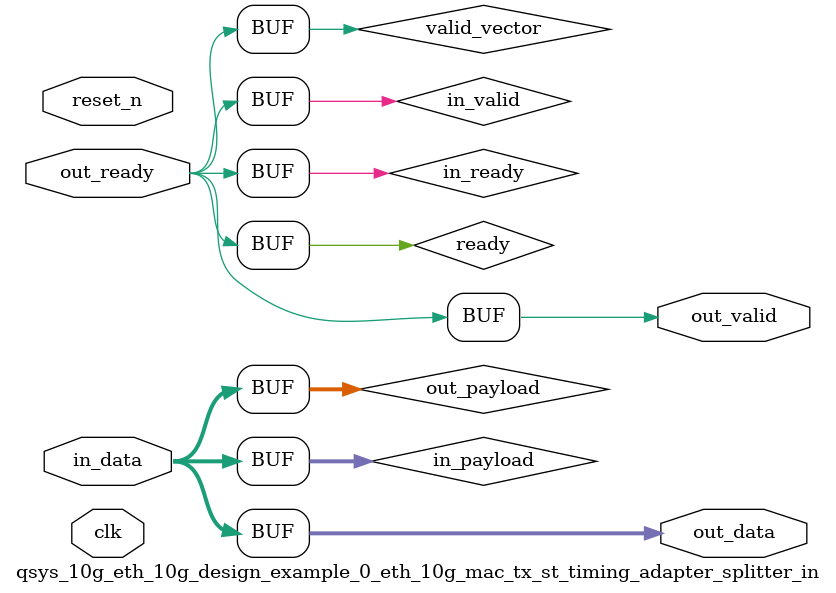
<source format=v>

`timescale 1ns / 100ps
module qsys_10g_eth_10g_design_example_0_eth_10g_mac_tx_st_timing_adapter_splitter_in (
    
      // Interface: clk
      input              clk,
      // Interface: reset
      input              reset_n,
      // Interface: in
      input      [71: 0] in_data,
      // Interface: out
      output reg [71: 0] out_data,
      input              out_ready,
      output reg         out_valid
);




   // ---------------------------------------------------------------------
   //| Signal Declarations
   // ---------------------------------------------------------------------

   reg  [71: 0] in_payload;
   reg  [71: 0] out_payload;
   reg  [ 0: 0] ready;
   reg          in_ready;
   // synthesis translate_off
   always @(negedge in_ready) begin
      $display("%m: The downstream component is backpressuring by deasserting ready, but the upstream component can't be backpressured.");
   end
   // synthesis translate_on   
   reg          in_valid;
   reg  [ 0: 0] valid_vector;


   // ---------------------------------------------------------------------
   //| Payload Mapping
   // ---------------------------------------------------------------------
   always @* begin
     in_payload = {in_data};
     {out_data} = out_payload;
   end

   // ---------------------------------------------------------------------
   //| Ready & valid signals.
   // ---------------------------------------------------------------------
   always @* begin
     ready[0] = out_ready;
     out_valid = in_valid;
     out_payload = in_payload;
     in_ready = ready[0];
   end



   // ---------------------------------------------------------------------
   //| Input Valid Generation
   // ---------------------------------------------------------------------
   always @* begin
      valid_vector[0] = in_ready;
      in_valid        = valid_vector[0];
   end


endmodule


</source>
